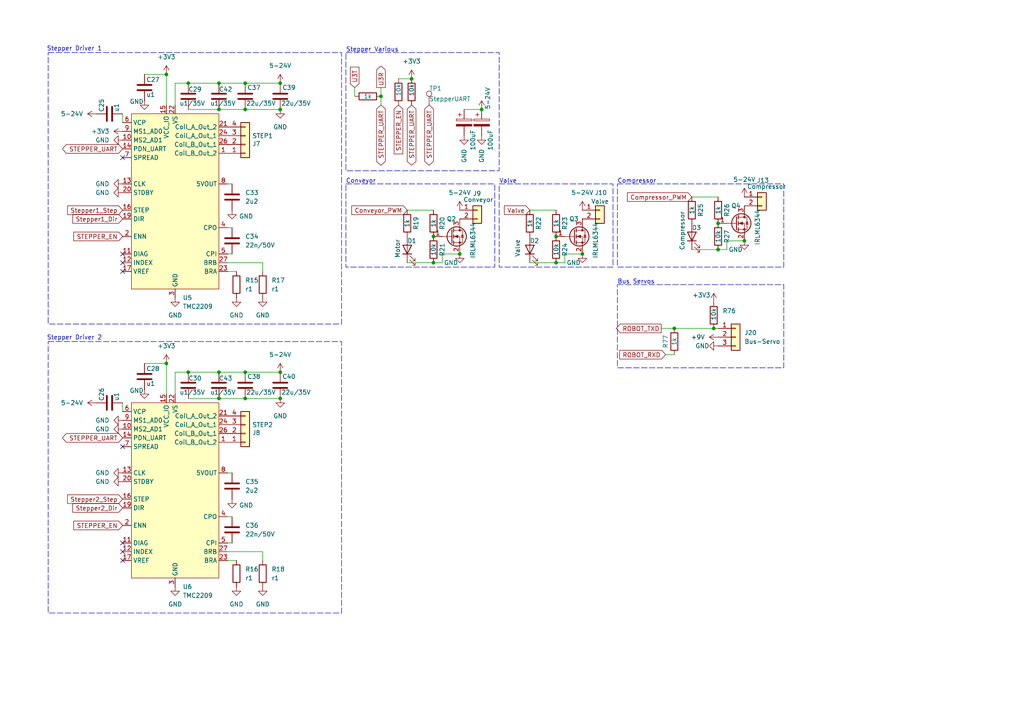
<source format=kicad_sch>
(kicad_sch (version 20250114) (generator "eeschema") (generator_version "9.0")
  (paper "A4")
  (lib_symbols
    (symbol "Connector:TestPoint" (pin_numbers (hide yes)) (pin_names (offset 0.762) (hide yes))
      (property "Reference" "TP" (at 0 6.858 0))
      (property "Value" "TestPoint" (at 0 5.08 0))
      (symbol "TestPoint_0_1"
        (circle (center 0 3.302) (radius 0.762))
      )
      (symbol "TestPoint_1_1"
        (pin passive line (at 0 0 90) (length 2.54) (name "1") (number "1"))
      )
    )
    (symbol "Connector_Generic:Conn_01x02" (pin_names (offset 1.016) (hide yes))
      (property "Reference" "J" (at 0 2.54 0))
      (property "Value" "Conn_01x02" (at 0 -5.08 0))
      (symbol "Conn_01x02_1_1"
        (rectangle (start -1.27 1.27) (end 1.27 -3.81) (stroke (width 0.254)) (fill (type background)))
        (rectangle (start -1.27 0.127) (end 0 -0.127) (stroke (width 0.1524)))
        (rectangle (start -1.27 -2.413) (end 0 -2.667) (stroke (width 0.1524)))
        (pin passive line (at -5.08 0 0) (length 3.81) (name "Pin_1") (number "1"))
        (pin passive line (at -5.08 -2.54 0) (length 3.81) (name "Pin_2") (number "2"))
      )
    )
    (symbol "Connector_Generic:Conn_01x03" (pin_names (offset 1.016) (hide yes))
      (property "Reference" "J" (at 0 5.08 0))
      (property "Value" "Conn_01x03" (at 0 -5.08 0))
      (symbol "Conn_01x03_1_1"
        (rectangle (start -1.27 3.81) (end 1.27 -3.81) (stroke (width 0.254)) (fill (type background)))
        (rectangle (start -1.27 2.667) (end 0 2.413) (stroke (width 0.1524)))
        (rectangle (start -1.27 0.127) (end 0 -0.127) (stroke (width 0.1524)))
        (rectangle (start -1.27 -2.413) (end 0 -2.667) (stroke (width 0.1524)))
        (pin passive line (at -5.08 2.54 0) (length 3.81) (name "Pin_1") (number "1"))
        (pin passive line (at -5.08 0 0) (length 3.81) (name "Pin_2") (number "2"))
        (pin passive line (at -5.08 -2.54 0) (length 3.81) (name "Pin_3") (number "3"))
      )
    )
    (symbol "Connector_Generic:Conn_01x04" (pin_names (offset 1.016) (hide yes))
      (property "Reference" "J" (at 0 5.08 0))
      (property "Value" "Conn_01x04" (at 0 -7.62 0))
      (symbol "Conn_01x04_1_1"
        (rectangle (start -1.27 3.81) (end 1.27 -6.35) (stroke (width 0.254)) (fill (type background)))
        (rectangle (start -1.27 2.667) (end 0 2.413) (stroke (width 0.1524)))
        (rectangle (start -1.27 0.127) (end 0 -0.127) (stroke (width 0.1524)))
        (rectangle (start -1.27 -2.413) (end 0 -2.667) (stroke (width 0.1524)))
        (rectangle (start -1.27 -4.953) (end 0 -5.207) (stroke (width 0.1524)))
        (pin passive line (at -5.08 2.54 0) (length 3.81) (name "Pin_1") (number "1"))
        (pin passive line (at -5.08 0 0) (length 3.81) (name "Pin_2") (number "2"))
        (pin passive line (at -5.08 -2.54 0) (length 3.81) (name "Pin_3") (number "3"))
        (pin passive line (at -5.08 -5.08 0) (length 3.81) (name "Pin_4") (number "4"))
      )
    )
    (symbol "Device:C" (pin_numbers (hide yes)) (pin_names (offset 0.254))
      (property "Reference" "C" (at 0.635 2.54 0))
      (property "Value" "C" (at 0.635 -2.54 0))
      (symbol "C_0_1"
        (polyline (pts (xy -2.032 0.762) (xy 2.032 0.762)) (stroke (width 0.508)))
        (polyline (pts (xy -2.032 -0.762) (xy 2.032 -0.762)) (stroke (width 0.508)))
      )
      (symbol "C_1_1"
        (pin passive line (at 0 3.81 270) (length 2.794) (name "~") (number "1"))
        (pin passive line (at 0 -3.81 90) (length 2.794) (name "~") (number "2"))
      )
    )
    (symbol "Device:C_Polarized" (pin_numbers (hide yes)) (pin_names (offset 0.254))
      (property "Reference" "C" (at 0.635 2.54 0))
      (property "Value" "C_Polarized" (at 0.635 -2.54 0))
      (symbol "C_Polarized_0_1"
        (rectangle (start -2.286 0.508) (end 2.286 1.016))
        (polyline (pts (xy -1.778 2.286) (xy -0.762 2.286)))
        (polyline (pts (xy -1.27 2.794) (xy -1.27 1.778)))
        (rectangle (start 2.286 -0.508) (end -2.286 -1.016) (fill (type outline)))
      )
      (symbol "C_Polarized_1_1"
        (pin passive line (at 0 3.81 270) (length 2.794) (name "~") (number "1"))
        (pin passive line (at 0 -3.81 90) (length 2.794) (name "~") (number "2"))
      )
    )
    (symbol "Device:LED" (pin_numbers (hide yes)) (pin_names (offset 1.016) (hide yes))
      (property "Reference" "D" (at 0 2.54 0))
      (property "Value" "LED" (at 0 -2.54 0))
      (symbol "LED_0_1"
        (polyline (pts (xy -3.048 -0.762) (xy -4.572 -2.286) (xy -3.81 -2.286) (xy -4.572 -2.286) (xy -4.572 -1.524)))
        (polyline (pts (xy -1.778 -0.762) (xy -3.302 -2.286) (xy -2.54 -2.286) (xy -3.302 -2.286) (xy -3.302 -1.524)))
        (polyline (pts (xy -1.27 0) (xy 1.27 0)))
        (polyline (pts (xy -1.27 -1.27) (xy -1.27 1.27)) (stroke (width 0.254)))
        (polyline (pts (xy 1.27 -1.27) (xy 1.27 1.27) (xy -1.27 0) (xy 1.27 -1.27)) (stroke (width 0.254)))
      )
      (symbol "LED_1_1"
        (pin passive line (at -3.81 0 0) (length 2.54) (name "K") (number "1"))
        (pin passive line (at 3.81 0 180) (length 2.54) (name "A") (number "2"))
      )
    )
    (symbol "Device:R" (pin_numbers (hide yes)) (pin_names (offset 0))
      (property "Reference" "R" (at 2.032 0 90))
      (property "Value" "R" (at 0 0 90))
      (symbol "R_0_1"
        (rectangle (start -1.016 -2.54) (end 1.016 2.54) (stroke (width 0.254)))
      )
      (symbol "R_1_1"
        (pin passive line (at 0 3.81 270) (length 1.27) (name "~") (number "1"))
        (pin passive line (at 0 -3.81 90) (length 1.27) (name "~") (number "2"))
      )
    )
    (symbol "IRLML0030_1" (pin_names (offset 0) (hide yes))
      (property "Reference" "Q" (at 5.08 1.905 0))
      (property "Value" "IRLML0030" (at 5.08 0 0))
      (symbol "IRLML0030_1_0_1"
        (polyline (pts (xy 0.254 1.905) (xy 0.254 -1.905)) (stroke (width 0.254)))
        (polyline (pts (xy 0.254 0) (xy -2.54 0)))
        (polyline (pts (xy 0.762 2.286) (xy 0.762 1.27)) (stroke (width 0.254)))
        (polyline (pts (xy 0.762 0.508) (xy 0.762 -0.508)) (stroke (width 0.254)))
        (polyline (pts (xy 0.762 -1.27) (xy 0.762 -2.286)) (stroke (width 0.254)))
        (polyline (pts (xy 0.762 -1.778) (xy 3.302 -1.778) (xy 3.302 1.778) (xy 0.762 1.778)))
        (polyline (pts (xy 1.016 0) (xy 2.032 0.381) (xy 2.032 -0.381) (xy 1.016 0)) (fill (type outline)))
        (circle (center 1.651 0) (radius 2.794) (stroke (width 0.254)))
        (polyline (pts (xy 2.54 2.54) (xy 2.54 1.778)))
        (circle (center 2.54 1.778) (radius 0.254) (fill (type outline)))
        (circle (center 2.54 -1.778) (radius 0.254) (fill (type outline)))
        (polyline (pts (xy 2.54 -2.54) (xy 2.54 0) (xy 0.762 0)))
        (polyline (pts (xy 2.921 0.381) (xy 3.683 0.381)))
        (polyline (pts (xy 3.302 0.381) (xy 2.921 -0.254) (xy 3.683 -0.254) (xy 3.302 0.381)))
      )
      (symbol "IRLML0030_1_1_1"
        (pin input line (at -5.08 0 0) (length 2.54) (name "G") (number "1"))
        (pin passive line (at 2.54 5.08 270) (length 2.54) (name "D") (number "3"))
        (pin passive line (at 2.54 -5.08 90) (length 2.54) (name "S") (number "2"))
      )
    )
    (symbol "IRLML0030_2" (pin_names (offset 0) (hide yes))
      (property "Reference" "Q" (at 5.08 1.905 0))
      (property "Value" "IRLML0030" (at 5.08 0 0))
      (symbol "IRLML0030_2_0_1"
        (polyline (pts (xy 0.254 1.905) (xy 0.254 -1.905)) (stroke (width 0.254)))
        (polyline (pts (xy 0.254 0) (xy -2.54 0)))
        (polyline (pts (xy 0.762 2.286) (xy 0.762 1.27)) (stroke (width 0.254)))
        (polyline (pts (xy 0.762 0.508) (xy 0.762 -0.508)) (stroke (width 0.254)))
        (polyline (pts (xy 0.762 -1.27) (xy 0.762 -2.286)) (stroke (width 0.254)))
        (polyline (pts (xy 0.762 -1.778) (xy 3.302 -1.778) (xy 3.302 1.778) (xy 0.762 1.778)))
        (polyline (pts (xy 1.016 0) (xy 2.032 0.381) (xy 2.032 -0.381) (xy 1.016 0)) (fill (type outline)))
        (circle (center 1.651 0) (radius 2.794) (stroke (width 0.254)))
        (polyline (pts (xy 2.54 2.54) (xy 2.54 1.778)))
        (circle (center 2.54 1.778) (radius 0.254) (fill (type outline)))
        (circle (center 2.54 -1.778) (radius 0.254) (fill (type outline)))
        (polyline (pts (xy 2.54 -2.54) (xy 2.54 0) (xy 0.762 0)))
        (polyline (pts (xy 2.921 0.381) (xy 3.683 0.381)))
        (polyline (pts (xy 3.302 0.381) (xy 2.921 -0.254) (xy 3.683 -0.254) (xy 3.302 0.381)))
      )
      (symbol "IRLML0030_2_1_1"
        (pin input line (at -5.08 0 0) (length 2.54) (name "G") (number "1"))
        (pin passive line (at 2.54 5.08 270) (length 2.54) (name "D") (number "3"))
        (pin passive line (at 2.54 -5.08 90) (length 2.54) (name "S") (number "2"))
      )
    )
    (symbol "LED_1" (pin_numbers (hide yes)) (pin_names (offset 1.016) (hide yes))
      (property "Reference" "D" (at 0 2.54 0))
      (property "Value" "LED" (at 0 -2.54 0))
      (symbol "LED_1_0_1"
        (polyline (pts (xy -3.048 -0.762) (xy -4.572 -2.286) (xy -3.81 -2.286) (xy -4.572 -2.286) (xy -4.572 -1.524)))
        (polyline (pts (xy -1.778 -0.762) (xy -3.302 -2.286) (xy -2.54 -2.286) (xy -3.302 -2.286) (xy -3.302 -1.524)))
        (polyline (pts (xy -1.27 0) (xy 1.27 0)))
        (polyline (pts (xy -1.27 -1.27) (xy -1.27 1.27)) (stroke (width 0.254)))
        (polyline (pts (xy 1.27 -1.27) (xy 1.27 1.27) (xy -1.27 0) (xy 1.27 -1.27)) (stroke (width 0.254)))
      )
      (symbol "LED_1_1_1"
        (pin passive line (at -3.81 0 0) (length 2.54) (name "K") (number "1"))
        (pin passive line (at 3.81 0 180) (length 2.54) (name "A") (number "2"))
      )
    )
    (symbol "LED_2" (pin_numbers (hide yes)) (pin_names (offset 1.016) (hide yes))
      (property "Reference" "D" (at 0 2.54 0))
      (property "Value" "LED" (at 0 -2.54 0))
      (symbol "LED_2_0_1"
        (polyline (pts (xy -3.048 -0.762) (xy -4.572 -2.286) (xy -3.81 -2.286) (xy -4.572 -2.286) (xy -4.572 -1.524)))
        (polyline (pts (xy -1.778 -0.762) (xy -3.302 -2.286) (xy -2.54 -2.286) (xy -3.302 -2.286) (xy -3.302 -1.524)))
        (polyline (pts (xy -1.27 0) (xy 1.27 0)))
        (polyline (pts (xy -1.27 -1.27) (xy -1.27 1.27)) (stroke (width 0.254)))
        (polyline (pts (xy 1.27 -1.27) (xy 1.27 1.27) (xy -1.27 0) (xy 1.27 -1.27)) (stroke (width 0.254)))
      )
      (symbol "LED_2_1_1"
        (pin passive line (at -3.81 0 0) (length 2.54) (name "K") (number "1"))
        (pin passive line (at 3.81 0 180) (length 2.54) (name "A") (number "2"))
      )
    )
    (symbol "Transistor_FET:IRLML0030" (pin_names (offset 0) (hide yes))
      (property "Reference" "Q" (at 5.08 1.905 0))
      (property "Value" "IRLML0030" (at 5.08 0 0))
      (symbol "IRLML0030_0_1"
        (polyline (pts (xy 0.254 1.905) (xy 0.254 -1.905)) (stroke (width 0.254)))
        (polyline (pts (xy 0.254 0) (xy -2.54 0)))
        (polyline (pts (xy 0.762 2.286) (xy 0.762 1.27)) (stroke (width 0.254)))
        (polyline (pts (xy 0.762 0.508) (xy 0.762 -0.508)) (stroke (width 0.254)))
        (polyline (pts (xy 0.762 -1.27) (xy 0.762 -2.286)) (stroke (width 0.254)))
        (polyline (pts (xy 0.762 -1.778) (xy 3.302 -1.778) (xy 3.302 1.778) (xy 0.762 1.778)))
        (polyline (pts (xy 1.016 0) (xy 2.032 0.381) (xy 2.032 -0.381) (xy 1.016 0)) (fill (type outline)))
        (circle (center 1.651 0) (radius 2.794) (stroke (width 0.254)))
        (polyline (pts (xy 2.54 2.54) (xy 2.54 1.778)))
        (circle (center 2.54 1.778) (radius 0.254) (fill (type outline)))
        (circle (center 2.54 -1.778) (radius 0.254) (fill (type outline)))
        (polyline (pts (xy 2.54 -2.54) (xy 2.54 0) (xy 0.762 0)))
        (polyline (pts (xy 2.921 0.381) (xy 3.683 0.381)))
        (polyline (pts (xy 3.302 0.381) (xy 2.921 -0.254) (xy 3.683 -0.254) (xy 3.302 0.381)))
      )
      (symbol "IRLML0030_1_1"
        (pin input line (at -5.08 0 0) (length 2.54) (name "G") (number "1"))
        (pin passive line (at 2.54 5.08 270) (length 2.54) (name "D") (number "3"))
        (pin passive line (at 2.54 -5.08 90) (length 2.54) (name "S") (number "2"))
      )
    )
    (symbol "liebler_SEMICONDUCTORS:TMC2209"
      (property "Reference" "U" (at -12.7 -26.67 0))
      (property "Value" "TMC2209" (at 7.62 -26.67 0))
      (symbol "TMC2209_1_1"
        (rectangle (start -12.7 25.4) (end 12.7 -25.4) (fill (type background)))
        (pin passive line (at -15.24 22.86 0) (length 2.54) (name "VCP") (number "6"))
        (pin input line (at -15.24 20.32 0) (length 2.54) (name "MS1_AD0") (number "9"))
        (pin input line (at -15.24 17.78 0) (length 2.54) (name "MS2_AD1") (number "10"))
        (pin bidirectional line (at -15.24 15.24 0) (length 2.54) (name "PDN_UART") (number "14"))
        (pin input line (at -15.24 12.7 0) (length 2.54) (name "SPREAD") (number "7"))
        (pin input line (at -15.24 5.08 0) (length 2.54) (name "CLK") (number "13"))
        (pin input line (at -15.24 2.54 0) (length 2.54) (name "STDBY") (number "20"))
        (pin input line (at -15.24 -2.54 0) (length 2.54) (name "STEP") (number "16"))
        (pin input line (at -15.24 -5.08 0) (length 2.54) (name "DIR") (number "19"))
        (pin input line (at -15.24 -10.16 0) (length 2.54) (name "ENN") (number "2"))
        (pin output line (at -15.24 -15.24 0) (length 2.54) (name "DIAG") (number "11"))
        (pin output line (at -15.24 -17.78 0) (length 2.54) (name "INDEX") (number "12"))
        (pin input line (at -15.24 -20.32 0) (length 2.54) (name "VREF") (number "17"))
        (pin power_in line (at -2.54 27.94 270) (length 2.54) (name "VCC_IO") (number "15"))
        (pin power_in line (at 0 27.94 270) (length 2.54) (name "VS") (number "22"))
        (pin passive line (at 0 27.94 270) (length 2.54) (hide yes) (name "VS") (number "28"))
        (pin passive line (at 0 -27.94 90) (length 2.54) (hide yes) (name "GND") (number "18"))
        (pin passive line (at 0 -27.94 90) (length 2.54) (hide yes) (name "GND") (number "25"))
        (pin passive line (at 0 -27.94 90) (length 2.54) (hide yes) (name "PAD") (number "29"))
        (pin power_in line (at 0 -27.94 90) (length 2.54) (name "GND") (number "3"))
        (pin output line (at 15.24 21.59 180) (length 2.54) (name "Coil_A_Out_2") (number "21"))
        (pin output line (at 15.24 19.05 180) (length 2.54) (name "Coil_A_Out_1") (number "24"))
        (pin output line (at 15.24 16.51 180) (length 2.54) (name "Coil_B_Out_1") (number "26"))
        (pin output line (at 15.24 13.97 180) (length 2.54) (name "Coil_B_Out_2") (number "1"))
        (pin power_out line (at 15.24 5.08 180) (length 2.54) (name "5VOUT") (number "8"))
        (pin passive line (at 15.24 -7.62 180) (length 2.54) (name "CPO") (number "4"))
        (pin passive line (at 15.24 -15.24 180) (length 2.54) (name "CPI") (number "5"))
        (pin passive line (at 15.24 -17.78 180) (length 2.54) (name "BRB") (number "27"))
        (pin passive line (at 15.24 -20.32 180) (length 2.54) (name "BRA") (number "23"))
      )
    )
    (symbol "power:+3V3" (power) (pin_numbers (hide yes)) (pin_names (offset 0) (hide yes))
      (property "Value" "+3V3" (at 0 3.556 0))
      (symbol "+3V3_0_1"
        (polyline (pts (xy -0.762 1.27) (xy 0 2.54)))
        (polyline (pts (xy 0 2.54) (xy 0.762 1.27)))
        (polyline (pts (xy 0 0) (xy 0 2.54)))
      )
      (symbol "+3V3_1_1"
        (pin power_in line (at 0 0 90) (length 0) (name "~") (number "1"))
      )
    )
    (symbol "power:+9V" (power) (pin_numbers (hide yes)) (pin_names (offset 0) (hide yes))
      (property "Value" "+9V" (at 0 3.556 0))
      (symbol "+9V_0_1"
        (polyline (pts (xy -0.762 1.27) (xy 0 2.54)))
        (polyline (pts (xy 0 2.54) (xy 0.762 1.27)))
        (polyline (pts (xy 0 0) (xy 0 2.54)))
      )
      (symbol "+9V_1_1"
        (pin power_in line (at 0 0 90) (length 0) (name "~") (number "1"))
      )
    )
    (symbol "power:+VSW" (power) (pin_numbers (hide yes)) (pin_names (offset 0) (hide yes))
      (property "Value" "+VSW" (at 0 3.556 0))
      (symbol "+VSW_0_1"
        (polyline (pts (xy -0.762 1.27) (xy 0 2.54)))
        (polyline (pts (xy 0 2.54) (xy 0.762 1.27)))
        (polyline (pts (xy 0 0) (xy 0 2.54)))
      )
      (symbol "+VSW_1_1"
        (pin power_in line (at 0 0 90) (length 0) (name "~") (number "1"))
      )
    )
    (symbol "power:GND" (power) (pin_numbers (hide yes)) (pin_names (offset 0) (hide yes))
      (property "Value" "GND" (at 0 -3.81 0))
      (symbol "GND_0_1"
        (polyline (pts (xy 0 0) (xy 0 -1.27) (xy 1.27 -1.27) (xy 0 -2.54) (xy -1.27 -1.27) (xy 0 -1.27)))
      )
      (symbol "GND_1_1"
        (pin power_in line (at 0 0 270) (length 0) (name "~") (number "1"))
      )
    )
  )
  (rectangle (start 100.33 15.24) (end 144.78 49.53) (stroke (width 0) (type dash)))
  (rectangle (start 179.07 82.55) (end 227.33 106.68) (stroke (width 0) (type dash)))
  (rectangle (start 179.07 53.34) (end 227.33 77.47) (stroke (width 0) (type dash)))
  (rectangle (start 13.97 99.06) (end 99.06 177.8) (stroke (width 0) (type dash)))
  (rectangle (start 144.78 53.34) (end 177.8 77.47) (stroke (width 0) (type dash)))
  (rectangle (start 100.33 53.34) (end 143.51 77.47) (stroke (width 0) (type dash)))
  (rectangle (start 13.97 15.24) (end 99.06 93.98) (stroke (width 0) (type dash)))
  (text "Stepper Driver 2" (at 21.59 98.044 0) (effects (font (size 1.27 1.27))))
  (text "Valve" (at 144.78 53.34 0) (effects (font (size 1.27 1.27)) (justify left bottom)))
  (text "Stepper Various" (at 100.33 15.24 0) (effects (font (size 1.27 1.27)) (justify left bottom)))
  (text "Bus Servos" (at 179.07 82.55 0) (effects (font (size 1.27 1.27)) (justify left bottom)))
  (text "Stepper Driver 1" (at 21.59 14.224 0) (effects (font (size 1.27 1.27))))
  (text "Conveyor" (at 100.33 53.34 0) (effects (font (size 1.27 1.27)) (justify left bottom)))
  (text "Compressor" (at 179.07 53.34 0) (effects (font (size 1.27 1.27)) (justify left bottom)))
  (junction (at 208.28 72.39))
  (junction (at 125.73 76.2))
  (junction (at 63.5 31.75))
  (junction (at 71.12 115.57))
  (junction (at 48.26 21.59))
  (junction (at 168.91 73.66))
  (junction (at 161.29 76.2))
  (junction (at 54.61 107.95))
  (junction (at 71.12 24.13))
  (junction (at 195.58 95.25))
  (junction (at 119.38 22.86))
  (junction (at 71.12 31.75))
  (junction (at 63.5 24.13))
  (junction (at 125.73 68.58))
  (junction (at 63.5 107.95))
  (junction (at 48.26 105.41))
  (junction (at 81.28 24.13))
  (junction (at 139.7 31.75))
  (junction (at 54.61 24.13))
  (junction (at 71.12 107.95))
  (junction (at 133.35 73.66))
  (junction (at 208.28 64.77))
  (junction (at 63.5 115.57))
  (junction (at 81.28 31.75))
  (junction (at 215.9 69.85))
  (junction (at 81.28 115.57))
  (junction (at 207.01 95.25))
  (junction (at 81.28 107.95))
  (junction (at 161.29 68.58))
  (junction (at 110.49 27.94))
  (no_connect (at 35.56 162.56))
  (no_connect (at 35.56 45.72))
  (no_connect (at 35.56 160.02))
  (no_connect (at 35.56 78.74))
  (no_connect (at 35.56 76.2))
  (no_connect (at 35.56 157.48))
  (no_connect (at 35.56 129.54))
  (no_connect (at 35.56 73.66))
  (wire (pts (xy 207.01 95.25) (xy 208.28 95.25)))
  (wire (pts (xy 110.49 27.94) (xy 110.49 25.4)))
  (wire (pts (xy 163.83 73.66) (xy 163.83 76.2)))
  (wire (pts (xy 153.67 76.2) (xy 161.29 76.2)))
  (wire (pts (xy 168.91 73.66) (xy 163.83 73.66)))
  (wire (pts (xy 118.11 60.96) (xy 125.73 60.96)))
  (wire (pts (xy 63.5 107.95) (xy 71.12 107.95)))
  (wire (pts (xy 128.27 73.66) (xy 128.27 76.2)))
  (wire (pts (xy 81.28 24.13) (xy 71.12 24.13)))
  (wire (pts (xy 50.8 24.13) (xy 54.61 24.13)))
  (wire (pts (xy 35.56 33.02) (xy 35.56 35.56)))
  (wire (pts (xy 71.12 115.57) (xy 81.28 115.57)))
  (wire (pts (xy 193.04 102.87) (xy 195.58 102.87)))
  (wire (pts (xy 102.87 25.4) (xy 102.87 27.94)))
  (wire (pts (xy 66.04 162.56) (xy 68.58 162.56)))
  (wire (pts (xy 63.5 115.57) (xy 71.12 115.57)))
  (wire (pts (xy 71.12 31.75) (xy 81.28 31.75)))
  (wire (pts (xy 66.04 78.74) (xy 68.58 78.74)))
  (wire (pts (xy 54.61 115.57) (xy 63.5 115.57)))
  (wire (pts (xy 66.04 137.16) (xy 67.31 137.16)))
  (wire (pts (xy 76.2 160.02) (xy 76.2 162.56)))
  (wire (pts (xy 200.66 57.15) (xy 208.28 57.15)))
  (wire (pts (xy 200.66 72.39) (xy 208.28 72.39)))
  (wire (pts (xy 66.04 66.04) (xy 67.31 66.04)))
  (wire (pts (xy 81.28 107.95) (xy 71.12 107.95)))
  (wire (pts (xy 128.27 76.2) (xy 125.73 76.2)))
  (wire (pts (xy 139.7 31.75) (xy 134.62 31.75)))
  (wire (pts (xy 66.04 76.2) (xy 76.2 76.2)))
  (wire (pts (xy 48.26 30.48) (xy 48.26 21.59)))
  (wire (pts (xy 54.61 107.95) (xy 63.5 107.95)))
  (wire (pts (xy 48.26 114.3) (xy 48.26 105.41)))
  (wire (pts (xy 115.57 22.86) (xy 119.38 22.86)))
  (wire (pts (xy 50.8 107.95) (xy 54.61 107.95)))
  (wire (pts (xy 191.77 95.25) (xy 195.58 95.25)))
  (wire (pts (xy 133.35 73.66) (xy 128.27 73.66)))
  (wire (pts (xy 76.2 76.2) (xy 76.2 78.74)))
  (wire (pts (xy 210.82 72.39) (xy 208.28 72.39)))
  (wire (pts (xy 63.5 31.75) (xy 71.12 31.75)))
  (wire (pts (xy 48.26 21.59) (xy 41.91 21.59)))
  (wire (pts (xy 215.9 69.85) (xy 210.82 69.85)))
  (wire (pts (xy 54.61 31.75) (xy 63.5 31.75)))
  (wire (pts (xy 48.26 105.41) (xy 41.91 105.41)))
  (wire (pts (xy 66.04 160.02) (xy 76.2 160.02)))
  (wire (pts (xy 50.8 114.3) (xy 50.8 107.95)))
  (wire (pts (xy 66.04 53.34) (xy 67.31 53.34)))
  (wire (pts (xy 110.49 30.48) (xy 110.49 27.94)))
  (wire (pts (xy 153.67 60.96) (xy 161.29 60.96)))
  (wire (pts (xy 195.58 95.25) (xy 207.01 95.25)))
  (wire (pts (xy 163.83 76.2) (xy 161.29 76.2)))
  (wire (pts (xy 63.5 24.13) (xy 71.12 24.13)))
  (wire (pts (xy 35.56 116.84) (xy 35.56 119.38)))
  (wire (pts (xy 50.8 30.48) (xy 50.8 24.13)))
  (wire (pts (xy 118.11 76.2) (xy 125.73 76.2)))
  (wire (pts (xy 66.04 73.66) (xy 67.31 73.66)))
  (wire (pts (xy 66.04 157.48) (xy 67.31 157.48)))
  (wire (pts (xy 210.82 69.85) (xy 210.82 72.39)))
  (wire (pts (xy 54.61 24.13) (xy 63.5 24.13)))
  (wire (pts (xy 66.04 149.86) (xy 67.31 149.86)))
  (global_label "ROBOT_RXD" (shape input) (at 193.04 102.87 180) (property "Intersheetrefs" "${INTERSHEET_REFS}" (effects (hide yes))))
  (global_label "U3R" (shape output) (at 110.49 25.4 90) (property "Intersheetrefs" "${INTERSHEET_REFS}" (effects (hide yes))))
  (global_label "STEPPER_UART" (shape bidirectional) (at 110.49 30.48 270) (property "Intersheetrefs" "${INTERSHEET_REFS}" (effects (hide yes))))
  (global_label "STEPPER_UART" (shape bidirectional) (at 124.46 30.48 270) (property "Intersheetrefs" "${INTERSHEET_REFS}" (effects (hide yes))))
  (global_label "Conveyor_PWM" (shape input) (at 118.11 60.96 180) (property "Intersheetrefs" "${INTERSHEET_REFS}" (effects (hide yes))))
  (global_label "Stepper1_Step" (shape input) (at 35.56 60.96 180) (property "Intersheetrefs" "${INTERSHEET_REFS}" (effects (hide yes))))
  (global_label "Stepper2_Dir" (shape input) (at 35.56 147.32 180) (property "Intersheetrefs" "${INTERSHEET_REFS}" (effects (hide yes))))
  (global_label "Compressor_PWM" (shape input) (at 200.66 57.15 180) (property "Intersheetrefs" "${INTERSHEET_REFS}" (effects (hide yes))))
  (global_label "STEPPER_UART" (shape bidirectional) (at 35.56 43.18 180) (property "Intersheetrefs" "${INTERSHEET_REFS}" (effects (hide yes))))
  (global_label "STEPPER_UART" (shape bidirectional) (at 119.38 30.48 270) (property "Intersheetrefs" "${INTERSHEET_REFS}" (effects (hide yes))))
  (global_label "Valve" (shape input) (at 153.67 60.96 180) (property "Intersheetrefs" "${INTERSHEET_REFS}" (effects (hide yes))))
  (global_label "Stepper1_Dir" (shape input) (at 35.56 63.5 180) (property "Intersheetrefs" "${INTERSHEET_REFS}" (effects (hide yes))))
  (global_label "Stepper2_Step" (shape input) (at 35.56 144.78 180) (property "Intersheetrefs" "${INTERSHEET_REFS}" (effects (hide yes))))
  (global_label "STEPPER_EN" (shape input) (at 35.56 152.4 180) (property "Intersheetrefs" "${INTERSHEET_REFS}" (effects (hide yes))))
  (global_label "ROBOT_TXD" (shape output) (at 191.77 95.25 180) (property "Intersheetrefs" "${INTERSHEET_REFS}" (effects (hide yes))))
  (global_label "STEPPER_EN" (shape input) (at 115.57 30.48 270) (property "Intersheetrefs" "${INTERSHEET_REFS}" (effects (hide yes))))
  (global_label "STEPPER_EN" (shape input) (at 35.56 68.58 180) (property "Intersheetrefs" "${INTERSHEET_REFS}" (effects (hide yes))))
  (global_label "STEPPER_UART" (shape bidirectional) (at 35.56 127 180) (property "Intersheetrefs" "${INTERSHEET_REFS}" (effects (hide yes))))
  (global_label "U3T" (shape input) (at 102.87 25.4 90) (property "Intersheetrefs" "${INTERSHEET_REFS}" (effects (hide yes))))
  (symbol (lib_id "Device:C") (at 54.61 111.76 0) (unit 1)
    (property "Reference" "C30" (at 54.61 109.728 0) (effects (justify left)))
    (property "Value" "u1/35V" (at 52.07 113.792 0) (effects (justify left)))
    (property "Footprint" "Capacitor_SMD:C_0805_2012Metric" (effects (hide yes)))
    (property "Description" "Unpolarized capacitor" (effects (hide yes)))
    (property "MPN" "CC0603KRX7R9BB104" (effects (hide yes)))
    (property "Manufacturer" "YAGEO" (effects (hide yes)))
  )
  (symbol (lib_id "Device:R") (at 106.68 27.94 90) (unit 1)
    (property "Reference" "R1" (effects (hide yes)))
    (property "Value" "1k" (at 106.68 27.94 90))
    (property "Footprint" "Resistor_SMD:R_0402_1005Metric" (effects (hide yes)))
    (property "Description" "Resistor" (effects (hide yes)))
  )
  (symbol (lib_id "Device:C_Polarized") (at 134.62 35.56 0) (unit 1)
    (property "Reference" "C24" (effects (hide yes)))
    (property "Value" "100uF" (at 137.16 40.64 90))
    (property "Footprint" "Capacitor_THT:CP_Radial_D6.3mm_P2.50mm" (effects (hide yes)))
    (property "Description" "Polarized capacitor" (effects (hide yes)))
  )
  (symbol (lib_id "Device:R") (at 195.58 99.06 180) (unit 1)
    (property "Reference" "R77" (at 193.04 99.06 90))
    (property "Value" "1k" (at 195.58 99.06 90))
    (property "Footprint" "Resistor_SMD:R_0805_2012Metric_Pad1.20x1.40mm_HandSolder" (effects (hide yes)))
  )
  (symbol (lib_id "Device:C") (at 71.12 27.94 180) (unit 1)
    (property "Reference" "C37" (at 73.66 25.4 0))
    (property "Value" "22u/35V" (at 75.692 29.972 0))
    (property "Footprint" "Capacitor_SMD:C_0805_2012Metric" (effects (hide yes)))
    (property "MPN" "CGA0805X5R226M350MT" (effects (hide yes)))
    (property "Manufacturer" "HRE" (effects (hide yes)))
  )
  (symbol (lib_id "Device:C") (at 31.75 33.02 90) (unit 1)
    (property "Reference" "C25" (at 29.464 32.512 0) (effects (justify left)))
    (property "Value" "u1" (at 33.782 32.512 0) (effects (justify left)))
    (property "Footprint" "Capacitor_SMD:C_0805_2012Metric" (effects (hide yes)))
    (property "Description" "Unpolarized capacitor" (effects (hide yes)))
    (property "MPN" "GRM033R61A104KE15D" (effects (hide yes)))
    (property "Manufacturer" "Murata Electronics" (effects (hide yes)))
  )
  (symbol (lib_id "Device:C") (at 81.28 111.76 180) (unit 1)
    (property "Reference" "C40" (at 83.82 109.22 0))
    (property "Value" "22u/35V" (at 85.852 113.792 0))
    (property "Footprint" "Capacitor_SMD:C_0805_2012Metric" (effects (hide yes)))
    (property "MPN" "CGA0805X5R226M350MT" (effects (hide yes)))
    (property "Manufacturer" "HRE" (effects (hide yes)))
  )
  (symbol (lib_id "Device:R") (at 68.58 166.37 0) (unit 1)
    (property "Reference" "R16" (at 71.12 165.0999 0) (effects (justify left)))
    (property "Value" "r1" (at 71.12 167.6399 0) (effects (justify left)))
    (property "Footprint" "Resistor_SMD:R_1206_3216Metric" (effects (hide yes)))
    (property "Description" "Resistor" (effects (hide yes)))
    (property "MPN" "FRM121WFR100TM" (effects (hide yes)))
    (property "Manufacturer" " FOJAN" (effects (hide yes)))
  )
  (symbol (lib_id "Connector_Generic:Conn_01x03") (at 213.36 97.79 0) (unit 1)
    (property "Reference" "J20" (at 215.9 96.5199 0) (effects (justify left)))
    (property "Value" "Bus-Servo" (at 215.9 99.0599 0) (effects (justify left)))
    (property "Footprint" "Connector_Molex:Molex_SPOX_5267-03A_1x03_P2.50mm_Vertical" (effects (hide yes)))
    (property "Description" "Generic connector, single row, 01x03, script generated (kicad-library-utils/schlib/autogen/connector/)" (effects (hide yes)))
    (property "MPN" "5267-03A / 22035035" (effects (hide yes)))
    (property "Manufacturer" "Molex" (effects (hide yes)))
  )
  (symbol (lib_id "power:+VSW") (at 168.91 60.96 0) (unit 1)
    (property "Reference" "#PWR078" (effects (hide yes)))
    (property "Value" "5-24V" (at 168.91 55.88 0))
    (property "Description" "Power symbol creates a global label with name \"+VSW\"" (effects (hide yes)))
  )
  (symbol (lib_id "power:+VSW") (at 81.28 107.95 0) (unit 1)
    (property "Reference" "#PWR072" (effects (hide yes)))
    (property "Value" "5-24V" (at 81.28 102.87 0))
    (property "Description" "Power symbol creates a global label with name \"+VSW\"" (effects (hide yes)))
  )
  (symbol (lib_id "power:GND") (at 41.91 29.21 0) (unit 1)
    (property "Reference" "#PWR057" (effects (hide yes)))
    (property "Value" "GND" (at 39.624 29.464 0))
    (property "Description" "Power symbol creates a global label with name \"GND\" , ground" (effects (hide yes)))
  )
  (symbol (lib_id "liebler_SEMICONDUCTORS:TMC2209") (at 50.8 58.42 0) (unit 1)
    (property "Reference" "U5" (at 52.9941 86.36 0) (effects (justify left)))
    (property "Value" "TMC2209" (at 52.9941 88.9 0) (effects (justify left)))
    (property "Footprint" "Package_DFN_QFN:QFN-28-1EP_5x5mm_P0.5mm_EP3.75x3.75mm_ThermalVias" (effects (hide yes)))
    (property "Datasheet" "https://www.analog.com/media/en/technical-documentation/data-sheets/TMC2202_TMC2208_TMC2224_datasheet_rev1.13.pdf" (effects (hide yes)))
    (property "Description" "Standalone driver for two-phase bipolar stepper motor, 2A, 4.75… 36V, UART, internal FETs, QFN28" (effects (hide yes)))
    (property "MPN" "TMC2209-LA-T" (effects (hide yes)))
    (property "Manufacturer" "TRINAMIC Motion Control GmbH" (effects (hide yes)))
  )
  (symbol (lib_id "Device:R") (at 125.73 72.39 180) (unit 1)
    (property "Reference" "R21" (at 128.27 72.39 90))
    (property "Value" "10k" (at 125.73 72.39 90))
    (property "Footprint" "Resistor_SMD:R_0201_0603Metric" (effects (hide yes)))
    (property "MPN" "0201WMF1002TEE" (effects (hide yes)))
    (property "Manufacturer" "UNI-ROYAL(Uniroyal Elec)" (effects (hide yes)))
  )
  (symbol (lib_id "power:GND") (at 67.31 60.96 0) (unit 1)
    (property "Reference" "#PWR063" (effects (hide yes)))
    (property "Value" "GND" (at 71.374 62.738 0))
    (property "Description" "Power symbol creates a global label with name \"GND\" , ground" (effects (hide yes)))
  )
  (symbol (lib_id "power:GND") (at 41.91 113.03 0) (unit 1)
    (property "Reference" "#PWR058" (effects (hide yes)))
    (property "Value" "GND" (at 39.624 113.284 0))
    (property "Description" "Power symbol creates a global label with name \"GND\" , ground" (effects (hide yes)))
  )
  (symbol (lib_id "power:GND") (at 76.2 86.36 0) (unit 1)
    (property "Reference" "#PWR067" (effects (hide yes)))
    (property "Value" "GND" (at 76.2 91.44 0))
    (property "Description" "Power symbol creates a global label with name \"GND\" , ground" (effects (hide yes)))
  )
  (symbol (lib_id "power:+VSW") (at 215.9 57.15 0) (unit 1)
    (property "Reference" "#PWR087" (effects (hide yes)))
    (property "Value" "5-24V" (at 215.9 52.07 0))
    (property "Description" "Power symbol creates a global label with name \"+VSW\"" (effects (hide yes)))
  )
  (symbol (lib_id "power:GND") (at 76.2 170.18 0) (unit 1)
    (property "Reference" "#PWR068" (effects (hide yes)))
    (property "Value" "GND" (at 76.2 175.26 0))
    (property "Description" "Power symbol creates a global label with name \"GND\" , ground" (effects (hide yes)))
  )
  (symbol (lib_name "LED_2") (lib_id "Device:LED") (at 118.11 72.39 90) (unit 1)
    (property "Reference" "D1" (at 118.11 69.85 90) (effects (justify right)))
    (property "Value" "Motor" (at 115.316 69.342 0) (effects (justify right)))
    (property "Footprint" "liebler_OPTO:LED_1206_3216Metric_ReverseMount" (effects (hide yes)))
    (property "Description" "Light emitting diode" (effects (hide yes)))
    (property "MPN" "LTST-C230KRKT" (effects (hide yes)))
    (property "Manufacturer" "Lite-On" (effects (hide yes)))
    (property "Sim.Pins" "1=K 2=A" (effects (hide yes)))
  )
  (symbol (lib_id "power:+VSW") (at 81.28 24.13 0) (unit 1)
    (property "Reference" "#PWR071" (effects (hide yes)))
    (property "Value" "5-24V" (at 81.28 19.05 0))
    (property "Description" "Power symbol creates a global label with name \"+VSW\"" (effects (hide yes)))
  )
  (symbol (lib_id "power:+3V3") (at 119.38 22.86 0) (unit 1)
    (property "Reference" "#PWR038" (effects (hide yes)))
    (property "Value" "+3V3" (at 119.38 17.78 0))
    (property "Description" "Power symbol creates a global label with name \"+3V3\"" (effects (hide yes)))
  )
  (symbol (lib_id "power:GND") (at 35.56 121.92 270) (unit 1)
    (property "Reference" "#PWR049" (effects (hide yes)))
    (property "Value" "GND" (at 31.75 121.9199 90) (effects (justify right)))
    (property "Description" "Power symbol creates a global label with name \"GND\" , ground" (effects (hide yes)))
  )
  (symbol (lib_id "Device:R") (at 118.11 64.77 180) (unit 1)
    (property "Reference" "R19" (at 120.65 64.77 90))
    (property "Value" "1k" (at 118.11 64.77 90))
    (property "Footprint" "Resistor_SMD:R_0402_1005Metric" (effects (hide yes)))
    (property "MPN" "0402WGF1001TCE" (effects (hide yes)))
    (property "Manufacturer" "UNI-ROYAL(Uniroyal Elec)" (effects (hide yes)))
  )
  (symbol (lib_id "Device:LED") (at 200.66 68.58 90) (unit 1)
    (property "Reference" "D3" (at 200.66 66.04 90) (effects (justify right)))
    (property "Value" "Compressor" (at 197.866 61.214 0) (effects (justify right)))
    (property "Footprint" "liebler_OPTO:LED_1206_3216Metric_ReverseMount" (effects (hide yes)))
    (property "Description" "Light emitting diode" (effects (hide yes)))
    (property "MPN" "LTST-C230KRKT" (effects (hide yes)))
    (property "Manufacturer" "Lite-On" (effects (hide yes)))
    (property "Sim.Pins" "1=K 2=A" (effects (hide yes)))
  )
  (symbol (lib_id "power:GND") (at 35.56 137.16 270) (unit 1)
    (property "Reference" "#PWR055" (effects (hide yes)))
    (property "Value" "GND" (at 31.75 137.1599 90) (effects (justify right)))
    (property "Description" "Power symbol creates a global label with name \"GND\" , ground" (effects (hide yes)))
  )
  (symbol (lib_id "Connector_Generic:Conn_01x04") (at 71.12 41.91 0) (mirror x) (unit 1)
    (property "Reference" "J7" (at 73.152 41.7068 0) (effects (justify left)))
    (property "Value" "STEP1" (at 73.152 39.3954 0) (effects (justify left)))
    (property "Footprint" "liebler_CONN:JST_XH_S4B-XH-A-1_1x04_P2.50mm_Horizontal_SmallerCourtyard" (effects (hide yes)))
    (property "MPN" "XH-4AW" (effects (hide yes)))
    (property "Manufacturer" "BOOMELE(Boom Precision Elec)" (effects (hide yes)))
  )
  (symbol (lib_id "power:GND") (at 68.58 86.36 0) (unit 1)
    (property "Reference" "#PWR065" (effects (hide yes)))
    (property "Value" "GND" (at 68.58 91.44 0))
    (property "Description" "Power symbol creates a global label with name \"GND\" , ground" (effects (hide yes)))
  )
  (symbol (lib_id "power:GND") (at 67.31 144.78 0) (unit 1)
    (property "Reference" "#PWR064" (effects (hide yes)))
    (property "Value" "GND" (at 71.374 146.558 0))
    (property "Description" "Power symbol creates a global label with name \"GND\" , ground" (effects (hide yes)))
  )
  (symbol (lib_id "power:+3V3") (at 35.56 38.1 90) (unit 1)
    (property "Reference" "#PWR0115" (effects (hide yes)))
    (property "Value" "+3V3" (at 31.75 38.0999 90) (effects (justify left)))
    (property "Description" "Power symbol creates a global label with name \"+3V3\"" (effects (hide yes)))
  )
  (symbol (lib_name "IRLML0030_1") (lib_id "Transistor_FET:IRLML0030") (at 130.81 68.58 0) (unit 1)
    (property "Reference" "Q2" (at 129.54 63.5 0) (effects (justify left)))
    (property "Value" "IRLML6344" (at 137.16 74.93 90) (effects (justify left)))
    (property "Footprint" "Package_TO_SOT_SMD:SOT-23" (effects (hide yes)))
    (property "Datasheet" "https://www.infineon.com/dgdl/irlml0030pbf.pdf?fileId=5546d462533600a401535664773825df" (effects (hide yes)))
    (property "Description" "5.3A Id, 30V Vds, 27mOhm Rds, N-Channel HEXFET Power MOSFET, SOT-23" (effects (hide yes)))
    (property "MPN" "AO3400" (effects (hide yes)))
    (property "Manufacturer" "GOODWORK" (effects (hide yes)))
  )
  (symbol (lib_id "power:+VSW") (at 27.94 116.84 90) (unit 1)
    (property "Reference" "#PWR046" (effects (hide yes)))
    (property "Value" "5-24V" (at 24.13 116.8399 90) (effects (justify left)))
    (property "Description" "Power symbol creates a global label with name \"+VSW\"" (effects (hide yes)))
  )
  (symbol (lib_id "Device:R") (at 115.57 26.67 0) (unit 1)
    (property "Reference" "R9" (effects (hide yes)))
    (property "Value" "10k" (at 115.57 27.94 90) (effects (justify left)))
    (property "Footprint" "Resistor_SMD:R_0201_0603Metric" (effects (hide yes)))
    (property "Description" "Resistor" (effects (hide yes)))
  )
  (symbol (lib_id "Device:R") (at 208.28 60.96 180) (unit 1)
    (property "Reference" "R26" (at 210.82 60.96 90))
    (property "Value" "1k" (at 208.28 60.96 90))
    (property "Footprint" "Resistor_SMD:R_0402_1005Metric" (effects (hide yes)))
    (property "MPN" "0402WGF1001TCE" (effects (hide yes)))
    (property "Manufacturer" "UNI-ROYAL(Uniroyal Elec)" (effects (hide yes)))
  )
  (symbol (lib_id "power:+9V") (at 208.28 97.79 90) (unit 1)
    (property "Reference" "#PWR073" (effects (hide yes)))
    (property "Value" "+9V" (at 204.47 97.7899 90) (effects (justify left)))
    (property "Description" "Power symbol creates a global label with name \"+9V\"" (effects (hide yes)))
  )
  (symbol (lib_id "Device:R") (at 76.2 82.55 0) (unit 1)
    (property "Reference" "R17" (at 78.74 81.2799 0) (effects (justify left)))
    (property "Value" "r1" (at 78.74 83.8199 0) (effects (justify left)))
    (property "Footprint" "Resistor_SMD:R_1206_3216Metric" (effects (hide yes)))
    (property "Description" "Resistor" (effects (hide yes)))
    (property "MPN" "FRM121WFR100TM" (effects (hide yes)))
    (property "Manufacturer" " FOJAN" (effects (hide yes)))
  )
  (symbol (lib_id "Device:C") (at 54.61 27.94 0) (unit 1)
    (property "Reference" "C29" (at 54.61 25.908 0) (effects (justify left)))
    (property "Value" "u1/35V" (at 52.07 29.972 0) (effects (justify left)))
    (property "Footprint" "Capacitor_SMD:C_0805_2012Metric" (effects (hide yes)))
    (property "Description" "Unpolarized capacitor" (effects (hide yes)))
    (property "MPN" "CC0603KRX7R9BB104" (effects (hide yes)))
    (property "Manufacturer" "YAGEO" (effects (hide yes)))
  )
  (symbol (lib_id "power:+VSW") (at 133.35 60.96 0) (unit 1)
    (property "Reference" "#PWR076" (effects (hide yes)))
    (property "Value" "5-24V" (at 133.35 55.88 0))
    (property "Description" "Power symbol creates a global label with name \"+VSW\"" (effects (hide yes)))
  )
  (symbol (lib_id "power:GND") (at 208.28 100.33 270) (unit 1)
    (property "Reference" "#PWR0215" (effects (hide yes)))
    (property "Value" "GND" (at 203.708 100.33 90))
    (property "Description" "Power symbol creates a global label with name \"GND\" , ground" (effects (hide yes)))
  )
  (symbol (lib_id "Device:R") (at 76.2 166.37 0) (unit 1)
    (property "Reference" "R18" (at 78.74 165.0999 0) (effects (justify left)))
    (property "Value" "r1" (at 78.74 167.6399 0) (effects (justify left)))
    (property "Footprint" "Resistor_SMD:R_1206_3216Metric" (effects (hide yes)))
    (property "Description" "Resistor" (effects (hide yes)))
    (property "MPN" "FRM121WFR100TM" (effects (hide yes)))
    (property "Manufacturer" " FOJAN" (effects (hide yes)))
  )
  (symbol (lib_id "power:GND") (at 35.56 55.88 270) (unit 1)
    (property "Reference" "#PWR052" (effects (hide yes)))
    (property "Value" "GND" (at 31.75 55.8799 90) (effects (justify right)))
    (property "Description" "Power symbol creates a global label with name \"GND\" , ground" (effects (hide yes)))
  )
  (symbol (lib_id "Device:R") (at 208.28 68.58 180) (unit 1)
    (property "Reference" "R27" (at 210.82 68.58 90))
    (property "Value" "10k" (at 208.28 68.58 90))
    (property "Footprint" "Resistor_SMD:R_0201_0603Metric" (effects (hide yes)))
    (property "MPN" "0201WMF1002TEE" (effects (hide yes)))
    (property "Manufacturer" "UNI-ROYAL(Uniroyal Elec)" (effects (hide yes)))
  )
  (symbol (lib_id "power:GND") (at 81.28 31.75 0) (unit 1)
    (property "Reference" "#PWR074" (effects (hide yes)))
    (property "Value" "GND" (at 81.28 36.83 0))
    (property "Description" "Power symbol creates a global label with name \"GND\" , ground" (effects (hide yes)))
  )
  (symbol (lib_id "Device:C_Polarized") (at 139.7 35.56 0) (unit 1)
    (property "Reference" "C23" (effects (hide yes)))
    (property "Value" "100uF" (at 142.24 40.64 90))
    (property "Footprint" "Capacitor_THT:CP_Radial_D8.0mm_P2.50mm" (effects (hide yes)))
    (property "Description" "Polarized capacitor" (effects (hide yes)))
  )
  (symbol (lib_id "Device:R") (at 125.73 64.77 180) (unit 1)
    (property "Reference" "R20" (at 128.27 64.77 90))
    (property "Value" "1k" (at 125.73 64.77 90))
    (property "Footprint" "Resistor_SMD:R_0402_1005Metric" (effects (hide yes)))
    (property "MPN" "0402WGF1001TCE" (effects (hide yes)))
    (property "Manufacturer" "UNI-ROYAL(Uniroyal Elec)" (effects (hide yes)))
  )
  (symbol (lib_id "liebler_SEMICONDUCTORS:TMC2209") (at 50.8 142.24 0) (unit 1)
    (property "Reference" "U6" (at 52.9941 170.18 0) (effects (justify left)))
    (property "Value" "TMC2209" (at 52.9941 172.72 0) (effects (justify left)))
    (property "Footprint" "Package_DFN_QFN:QFN-28-1EP_5x5mm_P0.5mm_EP3.75x3.75mm_ThermalVias" (effects (hide yes)))
    (property "Datasheet" "https://www.analog.com/media/en/technical-documentation/data-sheets/TMC2202_TMC2208_TMC2224_datasheet_rev1.13.pdf" (effects (hide yes)))
    (property "Description" "Standalone driver for two-phase bipolar stepper motor, 2A, 4.75… 36V, UART, internal FETs, QFN28" (effects (hide yes)))
    (property "MPN" "TMC2209-LA-T" (effects (hide yes)))
    (property "Manufacturer" "TRINAMIC Motion Control GmbH" (effects (hide yes)))
  )
  (symbol (lib_id "power:+3V3") (at 48.26 105.41 0) (unit 1)
    (property "Reference" "#PWR060" (effects (hide yes)))
    (property "Value" "+3V3" (at 48.26 100.33 0))
    (property "Description" "Power symbol creates a global label with name \"+3V3\"" (effects (hide yes)))
  )
  (symbol (lib_id "power:+VSW") (at 27.94 33.02 90) (unit 1)
    (property "Reference" "#PWR045" (effects (hide yes)))
    (property "Value" "5-24V" (at 24.13 33.0199 90) (effects (justify left)))
    (property "Description" "Power symbol creates a global label with name \"+VSW\"" (effects (hide yes)))
  )
  (symbol (lib_id "Connector_Generic:Conn_01x02") (at 220.98 57.15 0) (unit 1)
    (property "Reference" "J13" (at 219.456 52.324 0) (effects (justify left)))
    (property "Value" "Compressor" (at 216.662 54.102 0) (effects (justify left)))
    (property "Footprint" "liebler_CONN:PhoenixContact_MC_1,5_2-G-3.5_1x02_P3.50mm_Horizontal_smallerCourtyard" (effects (hide yes)))
    (property "Description" "Generic connector, single row, 01x02, script generated (kicad-library-utils/schlib/autogen/connector/)" (effects (hide yes)))
  )
  (symbol (lib_id "power:GND") (at 68.58 170.18 0) (unit 1)
    (property "Reference" "#PWR066" (effects (hide yes)))
    (property "Value" "GND" (at 68.58 175.26 0))
    (property "Description" "Power symbol creates a global label with name \"GND\" , ground" (effects (hide yes)))
  )
  (symbol (lib_id "power:GND") (at 215.9 69.85 0) (unit 1)
    (property "Reference" "#PWR088" (effects (hide yes)))
    (property "Value" "GND" (at 213.36 72.39 0))
    (property "Description" "Power symbol creates a global label with name \"GND\" , ground" (effects (hide yes)))
  )
  (symbol (lib_id "Device:R") (at 68.58 82.55 0) (unit 1)
    (property "Reference" "R15" (at 71.12 81.2799 0) (effects (justify left)))
    (property "Value" "r1" (at 71.12 83.8199 0) (effects (justify left)))
    (property "Footprint" "Resistor_SMD:R_1206_3216Metric" (effects (hide yes)))
    (property "Description" "Resistor" (effects (hide yes)))
    (property "MPN" "FRM121WFR100TM" (effects (hide yes)))
    (property "Manufacturer" " FOJAN" (effects (hide yes)))
  )
  (symbol (lib_id "power:GND") (at 35.56 124.46 270) (unit 1)
    (property "Reference" "#PWR054" (effects (hide yes)))
    (property "Value" "GND" (at 31.75 124.4599 90) (effects (justify right)))
    (property "Description" "Power symbol creates a global label with name \"GND\" , ground" (effects (hide yes)))
  )
  (symbol (lib_id "Device:C") (at 41.91 25.4 0) (unit 1)
    (property "Reference" "C27" (at 42.418 23.114 0) (effects (justify left)))
    (property "Value" "u1" (at 42.418 27.432 0) (effects (justify left)))
    (property "Footprint" "Capacitor_SMD:C_0201_0603Metric" (effects (hide yes)))
    (property "Description" "Unpolarized capacitor" (effects (hide yes)))
    (property "MPN" "GRM033R61A104KE15D" (effects (hide yes)))
    (property "Manufacturer" "Murata Electronics" (effects (hide yes)))
  )
  (symbol (lib_id "power:GND") (at 50.8 170.18 0) (unit 1)
    (property "Reference" "#PWR062" (effects (hide yes)))
    (property "Value" "GND" (at 50.8 175.26 0))
    (property "Description" "Power symbol creates a global label with name \"GND\" , ground" (effects (hide yes)))
  )
  (symbol (lib_id "Connector_Generic:Conn_01x02") (at 138.43 60.96 0) (unit 1)
    (property "Reference" "J9" (at 137.16 56.134 0) (effects (justify left)))
    (property "Value" "Conveyor" (at 134.366 57.912 0) (effects (justify left)))
    (property "Footprint" "liebler_CONN:PhoenixContact_MC_1,5_2-G-3.5_1x02_P3.50mm_Horizontal_smallerCourtyard" (effects (hide yes)))
    (property "Description" "Generic connector, single row, 01x02, script generated (kicad-library-utils/schlib/autogen/connector/)" (effects (hide yes)))
  )
  (symbol (lib_id "Connector_Generic:Conn_01x04") (at 71.12 125.73 0) (mirror x) (unit 1)
    (property "Reference" "J8" (at 73.152 125.5268 0) (effects (justify left)))
    (property "Value" "STEP2" (at 73.152 123.2154 0) (effects (justify left)))
    (property "Footprint" "liebler_CONN:JST_XH_S4B-XH-A-1_1x04_P2.50mm_Horizontal_SmallerCourtyard" (effects (hide yes)))
    (property "MPN" "XH-4AW" (effects (hide yes)))
    (property "Manufacturer" "BOOMELE(Boom Precision Elec)" (effects (hide yes)))
  )
  (symbol (lib_name "LED_1") (lib_id "Device:LED") (at 153.67 72.39 90) (unit 1)
    (property "Reference" "D2" (at 153.67 69.85 90) (effects (justify right)))
    (property "Value" "Valve" (at 150.114 69.342 0) (effects (justify right)))
    (property "Footprint" "liebler_OPTO:LED_1206_3216Metric_ReverseMount" (effects (hide yes)))
    (property "Description" "Light emitting diode" (effects (hide yes)))
    (property "MPN" "LTST-C230KRKT" (effects (hide yes)))
    (property "Manufacturer" "Lite-On" (effects (hide yes)))
    (property "Sim.Pins" "1=K 2=A" (effects (hide yes)))
  )
  (symbol (lib_id "Device:C") (at 71.12 111.76 180) (unit 1)
    (property "Reference" "C38" (at 73.66 109.22 0))
    (property "Value" "22u/35V" (at 75.692 113.792 0))
    (property "Footprint" "Capacitor_SMD:C_0805_2012Metric" (effects (hide yes)))
    (property "MPN" "CGA0805X5R226M350MT" (effects (hide yes)))
    (property "Manufacturer" "HRE" (effects (hide yes)))
  )
  (symbol (lib_id "Device:C") (at 67.31 69.85 0) (unit 1)
    (property "Reference" "C34" (at 71.12 68.5799 0) (effects (justify left)))
    (property "Value" "22n/50V" (at 71.12 71.1199 0) (effects (justify left)))
    (property "Footprint" "Capacitor_SMD:C_0402_1005Metric" (effects (hide yes)))
    (property "Description" "Unpolarized capacitor" (effects (hide yes)))
    (property "MPN" "GRM155R71H223KA12D" (effects (hide yes)))
    (property "Manufacturer" "Murata Electronics" (effects (hide yes)))
  )
  (symbol (lib_id "power:GND") (at 81.28 115.57 0) (unit 1)
    (property "Reference" "#PWR075" (effects (hide yes)))
    (property "Value" "GND" (at 81.28 120.65 0))
    (property "Description" "Power symbol creates a global label with name \"GND\" , ground" (effects (hide yes)))
  )
  (symbol (lib_id "Device:C") (at 67.31 140.97 0) (unit 1)
    (property "Reference" "C35" (at 71.12 139.6999 0) (effects (justify left)))
    (property "Value" "2u2" (at 71.12 142.2399 0) (effects (justify left)))
    (property "Footprint" "Capacitor_SMD:C_0402_1005Metric" (effects (hide yes)))
    (property "Description" "Unpolarized capacitor" (effects (hide yes)))
    (property "MPN" "CL05A225MQ5NSNC" (effects (hide yes)))
    (property "Manufacturer" "Samsung Electro-Mechanics" (effects (hide yes)))
  )
  (symbol (lib_id "Device:C") (at 67.31 57.15 0) (unit 1)
    (property "Reference" "C33" (at 71.12 55.8799 0) (effects (justify left)))
    (property "Value" "2u2" (at 71.12 58.4199 0) (effects (justify left)))
    (property "Footprint" "Capacitor_SMD:C_0402_1005Metric" (effects (hide yes)))
    (property "Description" "Unpolarized capacitor" (effects (hide yes)))
    (property "MPN" "CL05A225MQ5NSNC" (effects (hide yes)))
    (property "Manufacturer" "Samsung Electro-Mechanics" (effects (hide yes)))
  )
  (symbol (lib_id "power:GND") (at 133.35 73.66 0) (unit 1)
    (property "Reference" "#PWR077" (effects (hide yes)))
    (property "Value" "GND" (at 130.81 76.2 0))
    (property "Description" "Power symbol creates a global label with name \"GND\" , ground" (effects (hide yes)))
  )
  (symbol (lib_id "Device:C") (at 67.31 153.67 0) (unit 1)
    (property "Reference" "C36" (at 71.12 152.3999 0) (effects (justify left)))
    (property "Value" "22n/50V" (at 71.12 154.9399 0) (effects (justify left)))
    (property "Footprint" "Capacitor_SMD:C_0402_1005Metric" (effects (hide yes)))
    (property "Description" "Unpolarized capacitor" (effects (hide yes)))
    (property "MPN" "GRM155R71H223KA12D" (effects (hide yes)))
    (property "Manufacturer" "Murata Electronics" (effects (hide yes)))
  )
  (symbol (lib_id "Device:R") (at 161.29 72.39 180) (unit 1)
    (property "Reference" "R24" (at 163.83 72.39 90))
    (property "Value" "10k" (at 161.29 72.39 90))
    (property "Footprint" "Resistor_SMD:R_0201_0603Metric" (effects (hide yes)))
    (property "MPN" "0201WMF1002TEE" (effects (hide yes)))
    (property "Manufacturer" "UNI-ROYAL(Uniroyal Elec)" (effects (hide yes)))
  )
  (symbol (lib_id "power:GND") (at 35.56 139.7 270) (unit 1)
    (property "Reference" "#PWR056" (effects (hide yes)))
    (property "Value" "GND" (at 31.75 139.6999 90) (effects (justify right)))
    (property "Description" "Power symbol creates a global label with name \"GND\" , ground" (effects (hide yes)))
  )
  (symbol (lib_name "IRLML0030_2") (lib_id "Transistor_FET:IRLML0030") (at 166.37 68.58 0) (unit 1)
    (property "Reference" "Q3" (at 165.1 63.5 0) (effects (justify left)))
    (property "Value" "IRLML6344" (at 172.72 74.93 90) (effects (justify left)))
    (property "Footprint" "Package_TO_SOT_SMD:SOT-23" (effects (hide yes)))
    (property "Datasheet" "https://www.infineon.com/dgdl/irlml0030pbf.pdf?fileId=5546d462533600a401535664773825df" (effects (hide yes)))
    (property "Description" "5.3A Id, 30V Vds, 27mOhm Rds, N-Channel HEXFET Power MOSFET, SOT-23" (effects (hide yes)))
    (property "MPN" "AO3400" (effects (hide yes)))
    (property "Manufacturer" "GOODWORK" (effects (hide yes)))
  )
  (symbol (lib_id "Device:C") (at 63.5 27.94 0) (unit 1)
    (property "Reference" "C42" (at 63.5 25.908 0) (effects (justify left)))
    (property "Value" "u1/35V" (at 60.96 29.972 0) (effects (justify left)))
    (property "Footprint" "Capacitor_SMD:C_0805_2012Metric" (effects (hide yes)))
    (property "Description" "Unpolarized capacitor" (effects (hide yes)))
    (property "MPN" "CC0603KRX7R9BB104" (effects (hide yes)))
    (property "Manufacturer" "YAGEO" (effects (hide yes)))
  )
  (symbol (lib_id "Device:C") (at 63.5 111.76 0) (unit 1)
    (property "Reference" "C43" (at 63.5 109.728 0) (effects (justify left)))
    (property "Value" "u1/35V" (at 60.96 113.792 0) (effects (justify left)))
    (property "Footprint" "Capacitor_SMD:C_0805_2012Metric" (effects (hide yes)))
    (property "Description" "Unpolarized capacitor" (effects (hide yes)))
    (property "MPN" "CC0603KRX7R9BB104" (effects (hide yes)))
    (property "Manufacturer" "YAGEO" (effects (hide yes)))
  )
  (symbol (lib_id "Device:C") (at 31.75 116.84 90) (unit 1)
    (property "Reference" "C26" (at 29.464 116.332 0) (effects (justify left)))
    (property "Value" "u1" (at 33.782 116.332 0) (effects (justify left)))
    (property "Footprint" "Capacitor_SMD:C_0805_2012Metric" (effects (hide yes)))
    (property "Description" "Unpolarized capacitor" (effects (hide yes)))
    (property "MPN" "GRM033R61A104KE15D" (effects (hide yes)))
    (property "Manufacturer" "Murata Electronics" (effects (hide yes)))
  )
  (symbol (lib_id "Device:R") (at 153.67 64.77 180) (unit 1)
    (property "Reference" "R22" (at 156.21 64.77 90))
    (property "Value" "1k" (at 153.67 64.77 90))
    (property "Footprint" "Resistor_SMD:R_0402_1005Metric" (effects (hide yes)))
    (property "MPN" "0402WGF1001TCE" (effects (hide yes)))
    (property "Manufacturer" "UNI-ROYAL(Uniroyal Elec)" (effects (hide yes)))
  )
  (symbol (lib_id "power:+VSW") (at 139.7 31.75 0) (unit 1)
    (property "Reference" "#PWR037" (effects (hide yes)))
    (property "Value" "5-24V" (at 141.478 31.75 90) (effects (justify left)))
    (property "Description" "Power symbol creates a global label with name \"+VSW\"" (effects (hide yes)))
  )
  (symbol (lib_id "power:GND") (at 139.7 39.37 0) (unit 1)
    (property "Reference" "#PWR039" (effects (hide yes)))
    (property "Value" "GND" (at 139.7001 43.18 90) (effects (justify right)))
    (property "Description" "Power symbol creates a global label with name \"GND\" , ground" (effects (hide yes)))
  )
  (symbol (lib_id "Device:R") (at 119.38 26.67 0) (unit 1)
    (property "Reference" "R10" (effects (hide yes)))
    (property "Value" "10k" (at 119.38 27.94 90) (effects (justify left)))
    (property "Footprint" "Resistor_SMD:R_0201_0603Metric" (effects (hide yes)))
    (property "Description" "Resistor" (effects (hide yes)))
  )
  (symbol (lib_id "Device:C") (at 41.91 109.22 0) (unit 1)
    (property "Reference" "C28" (at 42.418 106.934 0) (effects (justify left)))
    (property "Value" "u1" (at 42.418 111.252 0) (effects (justify left)))
    (property "Footprint" "Capacitor_SMD:C_0201_0603Metric" (effects (hide yes)))
    (property "Description" "Unpolarized capacitor" (effects (hide yes)))
    (property "MPN" "GRM033R61A104KE15D" (effects (hide yes)))
    (property "Manufacturer" "Murata Electronics" (effects (hide yes)))
  )
  (symbol (lib_id "Device:R") (at 207.01 91.44 0) (unit 1)
    (property "Reference" "R76" (at 209.55 90.1699 0) (effects (justify left)))
    (property "Value" "10k" (at 207.01 92.964 90) (effects (justify left)))
    (property "Footprint" "Resistor_SMD:R_0805_2012Metric_Pad1.20x1.40mm_HandSolder" (effects (hide yes)))
    (property "Description" "Resistor" (effects (hide yes)))
  )
  (symbol (lib_id "power:+3V3") (at 207.01 87.63 0) (unit 1)
    (property "Reference" "#PWR0220" (effects (hide yes)))
    (property "Value" "+3V3" (at 203.454 85.598 0))
    (property "Description" "Power symbol creates a global label with name \"+3V3\"" (effects (hide yes)))
  )
  (symbol (lib_id "power:+3V3") (at 48.26 21.59 0) (unit 1)
    (property "Reference" "#PWR059" (effects (hide yes)))
    (property "Value" "+3V3" (at 48.26 16.51 0))
    (property "Description" "Power symbol creates a global label with name \"+3V3\"" (effects (hide yes)))
  )
  (symbol (lib_id "Transistor_FET:IRLML0030") (at 213.36 64.77 0) (unit 1)
    (property "Reference" "Q4" (at 212.09 59.69 0) (effects (justify left)))
    (property "Value" "IRLML6344" (at 219.71 71.12 90) (effects (justify left)))
    (property "Footprint" "Package_TO_SOT_SMD:SOT-23" (effects (hide yes)))
    (property "Datasheet" "https://www.infineon.com/dgdl/irlml0030pbf.pdf?fileId=5546d462533600a401535664773825df" (effects (hide yes)))
    (property "Description" "5.3A Id, 30V Vds, 27mOhm Rds, N-Channel HEXFET Power MOSFET, SOT-23" (effects (hide yes)))
    (property "MPN" "AO3400" (effects (hide yes)))
    (property "Manufacturer" "GOODWORK" (effects (hide yes)))
  )
  (symbol (lib_id "Device:R") (at 161.29 64.77 180) (unit 1)
    (property "Reference" "R23" (at 163.83 64.77 90))
    (property "Value" "1k" (at 161.29 64.77 90))
    (property "Footprint" "Resistor_SMD:R_0402_1005Metric" (effects (hide yes)))
    (property "MPN" "0402WGF1001TCE" (effects (hide yes)))
    (property "Manufacturer" "UNI-ROYAL(Uniroyal Elec)" (effects (hide yes)))
  )
  (symbol (lib_id "Device:R") (at 200.66 60.96 180) (unit 1)
    (property "Reference" "R25" (at 203.2 60.96 90))
    (property "Value" "1k" (at 200.66 60.96 90))
    (property "Footprint" "Resistor_SMD:R_0402_1005Metric" (effects (hide yes)))
    (property "MPN" "0402WGF1001TCE" (effects (hide yes)))
    (property "Manufacturer" "UNI-ROYAL(Uniroyal Elec)" (effects (hide yes)))
  )
  (symbol (lib_id "power:GND") (at 35.56 40.64 270) (unit 1)
    (property "Reference" "#PWR050" (effects (hide yes)))
    (property "Value" "GND" (at 31.75 40.6399 90) (effects (justify right)))
    (property "Description" "Power symbol creates a global label with name \"GND\" , ground" (effects (hide yes)))
  )
  (symbol (lib_id "Connector_Generic:Conn_01x02") (at 173.99 60.96 0) (unit 1)
    (property "Reference" "J10" (at 172.466 55.88 0) (effects (justify left)))
    (property "Value" "Valve" (at 171.45 58.42 0) (effects (justify left)))
    (property "Footprint" "liebler_CONN:PhoenixContact_MC_1,5_2-G-3.5_1x02_P3.50mm_Horizontal_smallerCourtyard" (effects (hide yes)))
    (property "Description" "Generic connector, single row, 01x02, script generated (kicad-library-utils/schlib/autogen/connector/)" (effects (hide yes)))
  )
  (symbol (lib_id "power:GND") (at 134.62 39.37 0) (unit 1)
    (property "Reference" "#PWR040" (effects (hide yes)))
    (property "Value" "GND" (at 134.6201 43.18 90) (effects (justify right)))
    (property "Description" "Power symbol creates a global label with name \"GND\" , ground" (effects (hide yes)))
  )
  (symbol (lib_id "power:GND") (at 35.56 53.34 270) (unit 1)
    (property "Reference" "#PWR051" (effects (hide yes)))
    (property "Value" "GND" (at 31.75 53.3399 90) (effects (justify right)))
    (property "Description" "Power symbol creates a global label with name \"GND\" , ground" (effects (hide yes)))
  )
  (symbol (lib_id "Device:C") (at 81.28 27.94 180) (unit 1)
    (property "Reference" "C39" (at 83.82 25.4 0))
    (property "Value" "22u/35V" (at 85.852 29.972 0))
    (property "Footprint" "Capacitor_SMD:C_0805_2012Metric" (effects (hide yes)))
    (property "MPN" "CGA0805X5R226M350MT" (effects (hide yes)))
    (property "Manufacturer" "HRE" (effects (hide yes)))
  )
  (symbol (lib_id "Connector:TestPoint") (at 124.46 30.48 0) (unit 1)
    (property "Reference" "TP1" (at 124.46 25.654 0) (effects (justify left)))
    (property "Value" "StepperUART" (at 124.46 28.702 0) (effects (justify left)))
    (property "Footprint" "TestPoint:TestPoint_THTPad_1.0x1.0mm_Drill0.5mm" (effects (hide yes)))
    (property "Description" "test point" (effects (hide yes)))
  )
  (symbol (lib_id "power:GND") (at 50.8 86.36 0) (unit 1)
    (property "Reference" "#PWR061" (effects (hide yes)))
    (property "Value" "GND" (at 50.8 91.44 0))
    (property "Description" "Power symbol creates a global label with name \"GND\" , ground" (effects (hide yes)))
  )
  (symbol (lib_id "power:GND") (at 168.91 73.66 0) (unit 1)
    (property "Reference" "#PWR079" (effects (hide yes)))
    (property "Value" "GND" (at 166.37 76.2 0))
    (property "Description" "Power symbol creates a global label with name \"GND\" , ground" (effects (hide yes)))
  )
)
</source>
